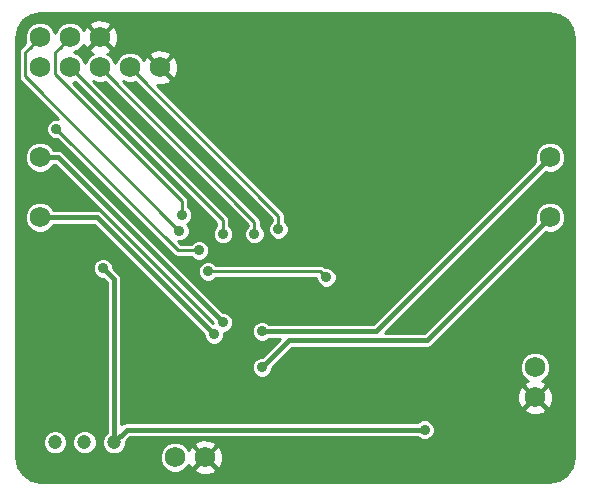
<source format=gbr>
G04 #@! TF.FileFunction,Copper,L2,Bot,Signal*
%FSLAX46Y46*%
G04 Gerber Fmt 4.6, Leading zero omitted, Abs format (unit mm)*
G04 Created by KiCad (PCBNEW (after 2015-may-25 BZR unknown)-product) date 9/14/2015 8:53:30 AM*
%MOMM*%
G01*
G04 APERTURE LIST*
%ADD10C,0.100000*%
%ADD11C,1.750000*%
%ADD12C,1.200000*%
%ADD13C,0.889000*%
%ADD14C,0.254000*%
%ADD15C,0.400000*%
G04 APERTURE END LIST*
D10*
D11*
X125730000Y-69850000D03*
X123190000Y-72390000D03*
X125730000Y-72390000D03*
X128270000Y-72390000D03*
X130810000Y-72390000D03*
X165100000Y-97790000D03*
X165100000Y-100330000D03*
X166370000Y-80010000D03*
X166370000Y-85090000D03*
X123190000Y-80010000D03*
X123190000Y-85090000D03*
D12*
X124460000Y-104140000D03*
X126960000Y-104140000D03*
X129460000Y-104140000D03*
D11*
X137160000Y-105410000D03*
X134620000Y-105410000D03*
X128270000Y-69850000D03*
X133350000Y-72390000D03*
X123190000Y-69850000D03*
D13*
X135991600Y-98094800D03*
X137566400Y-96520000D03*
X159359600Y-100888800D03*
X157226000Y-100888800D03*
X136855200Y-90779600D03*
X138328400Y-83718400D03*
X147447000Y-90170000D03*
X137418445Y-89670255D03*
X135001000Y-86233000D03*
X135211724Y-84919724D03*
X136652000Y-87884000D03*
X124587000Y-77597000D03*
X138684000Y-86487000D03*
X141351000Y-86487000D03*
X143383000Y-86106000D03*
X141986000Y-94742000D03*
X141986000Y-97790000D03*
X138684000Y-93980000D03*
X137922000Y-94996000D03*
X155752800Y-103073200D03*
X128524000Y-89408000D03*
D14*
X135991600Y-98094800D02*
X137566400Y-96520000D01*
X157226000Y-100888800D02*
X159359600Y-100888800D01*
X139509501Y-84899501D02*
X138328400Y-83718400D01*
X139509501Y-86883241D02*
X139509501Y-84899501D01*
X139080241Y-87312501D02*
X139509501Y-86883241D01*
X138554457Y-87312501D02*
X139080241Y-87312501D01*
X136410701Y-89456257D02*
X138554457Y-87312501D01*
X136410701Y-90335101D02*
X136410701Y-89456257D01*
X136855200Y-90779600D02*
X136410701Y-90335101D01*
X147447000Y-90170000D02*
X146939000Y-89662000D01*
X146939000Y-89662000D02*
X146685000Y-89662000D01*
X137414000Y-89662000D02*
X146685000Y-89662000D01*
X135001000Y-86233000D02*
X121933999Y-73165999D01*
X121933999Y-73165999D02*
X121933999Y-71106001D01*
X121933999Y-71106001D02*
X122315001Y-70724999D01*
X122315001Y-70724999D02*
X123190000Y-69850000D01*
X135211724Y-84919724D02*
X135211724Y-83730606D01*
X135211724Y-83730606D02*
X124473999Y-72992881D01*
X124473999Y-72992881D02*
X124473999Y-71106001D01*
X124473999Y-71106001D02*
X124855001Y-70724999D01*
X124855001Y-70724999D02*
X125730000Y-69850000D01*
X124587000Y-77597000D02*
X134874000Y-87884000D01*
X134874000Y-87884000D02*
X136652000Y-87884000D01*
X125730000Y-72390000D02*
X138684000Y-85344000D01*
X138684000Y-85344000D02*
X138684000Y-86487000D01*
X141351000Y-86487000D02*
X141351000Y-85471000D01*
X141351000Y-85471000D02*
X128270000Y-72390000D01*
X130810000Y-72390000D02*
X143383000Y-84963000D01*
X143383000Y-84963000D02*
X143383000Y-86106000D01*
D15*
X141986000Y-94742000D02*
X151638000Y-94742000D01*
X151638000Y-94742000D02*
X166370000Y-80010000D01*
X144272000Y-95504000D02*
X155956000Y-95504000D01*
X155956000Y-95504000D02*
X166370000Y-85090000D01*
X141986000Y-97790000D02*
X144272000Y-95504000D01*
X138684000Y-93980000D02*
X124714000Y-80010000D01*
X124714000Y-80010000D02*
X123190000Y-80010000D01*
X137922000Y-94996000D02*
X128016000Y-85090000D01*
X128016000Y-85090000D02*
X123190000Y-85090000D01*
X129460000Y-104140000D02*
X130526800Y-103073200D01*
X130526800Y-103073200D02*
X155752800Y-103073200D01*
X129460000Y-104140000D02*
X129460000Y-90344000D01*
X129460000Y-90344000D02*
X128524000Y-89408000D01*
D14*
G36*
X168433000Y-105363017D02*
X168267329Y-106195900D01*
X167822153Y-106862153D01*
X167672226Y-106962331D01*
X167672226Y-84832152D01*
X167474426Y-84353440D01*
X167108487Y-83986861D01*
X166630120Y-83788226D01*
X166112152Y-83787774D01*
X165633440Y-83985574D01*
X165266861Y-84351513D01*
X165068226Y-84829880D01*
X165067774Y-85347848D01*
X165113872Y-85459415D01*
X155696288Y-94877000D01*
X152389712Y-94877000D01*
X166000398Y-81266313D01*
X166109880Y-81311774D01*
X166627848Y-81312226D01*
X167106560Y-81114426D01*
X167473139Y-80748487D01*
X167671774Y-80270120D01*
X167672226Y-79752152D01*
X167474426Y-79273440D01*
X167108487Y-78906861D01*
X166630120Y-78708226D01*
X166112152Y-78707774D01*
X165633440Y-78905574D01*
X165266861Y-79271513D01*
X165068226Y-79749880D01*
X165067774Y-80267848D01*
X165113872Y-80379415D01*
X151378288Y-94115000D01*
X148318651Y-94115000D01*
X148318651Y-89997408D01*
X148186253Y-89676980D01*
X147941310Y-89431609D01*
X147621113Y-89298651D01*
X147358896Y-89298422D01*
X147330737Y-89270263D01*
X147151007Y-89150171D01*
X146939000Y-89108000D01*
X146685000Y-89108000D01*
X144254651Y-89108000D01*
X144254651Y-85933408D01*
X144122253Y-85612980D01*
X143937000Y-85427403D01*
X143937000Y-84963000D01*
X143894829Y-84750994D01*
X143894829Y-84750993D01*
X143774737Y-84571263D01*
X134862381Y-75658907D01*
X134862381Y-72101864D01*
X134636993Y-71545034D01*
X134623158Y-71524328D01*
X134359747Y-71448135D01*
X134291865Y-71516017D01*
X134291865Y-71380253D01*
X134215672Y-71116842D01*
X133662560Y-70882477D01*
X133061864Y-70877619D01*
X132505034Y-71103007D01*
X132484328Y-71116842D01*
X132408135Y-71380253D01*
X133350000Y-72322118D01*
X134291865Y-71380253D01*
X134291865Y-71516017D01*
X133417882Y-72390000D01*
X134359747Y-73331865D01*
X134623158Y-73255672D01*
X134857523Y-72702560D01*
X134862381Y-72101864D01*
X134862381Y-75658907D01*
X133101515Y-73898041D01*
X133638136Y-73902381D01*
X134194966Y-73676993D01*
X134215672Y-73663158D01*
X134291865Y-73399747D01*
X133350000Y-72457882D01*
X133335857Y-72472024D01*
X133267975Y-72404142D01*
X133282118Y-72390000D01*
X132340253Y-71448135D01*
X132076842Y-71524328D01*
X131967602Y-71782137D01*
X131914426Y-71653440D01*
X131548487Y-71286861D01*
X131070120Y-71088226D01*
X130552152Y-71087774D01*
X130073440Y-71285574D01*
X129782381Y-71576124D01*
X129782381Y-69561864D01*
X129556993Y-69005034D01*
X129543158Y-68984328D01*
X129279747Y-68908135D01*
X129211865Y-68976017D01*
X129211865Y-68840253D01*
X129135672Y-68576842D01*
X128582560Y-68342477D01*
X127981864Y-68337619D01*
X127425034Y-68563007D01*
X127404328Y-68576842D01*
X127328135Y-68840253D01*
X128270000Y-69782118D01*
X129211865Y-68840253D01*
X129211865Y-68976017D01*
X128337882Y-69850000D01*
X129279747Y-70791865D01*
X129543158Y-70715672D01*
X129777523Y-70162560D01*
X129782381Y-69561864D01*
X129782381Y-71576124D01*
X129706861Y-71651513D01*
X129539834Y-72053758D01*
X129374426Y-71653440D01*
X129008487Y-71286861D01*
X128878282Y-71232795D01*
X129114966Y-71136993D01*
X129135672Y-71123158D01*
X129211865Y-70859747D01*
X128270000Y-69917882D01*
X127328135Y-70859747D01*
X127404328Y-71123158D01*
X127662137Y-71232397D01*
X127533440Y-71285574D01*
X127166861Y-71651513D01*
X126999834Y-72053758D01*
X126834426Y-71653440D01*
X126468487Y-71286861D01*
X126066241Y-71119834D01*
X126466560Y-70954426D01*
X126833139Y-70588487D01*
X126887204Y-70458282D01*
X126983007Y-70694966D01*
X126996842Y-70715672D01*
X127260253Y-70791865D01*
X128202118Y-69850000D01*
X127260253Y-68908135D01*
X126996842Y-68984328D01*
X126887602Y-69242137D01*
X126834426Y-69113440D01*
X126468487Y-68746861D01*
X125990120Y-68548226D01*
X125472152Y-68547774D01*
X124993440Y-68745574D01*
X124626861Y-69111513D01*
X124459834Y-69513758D01*
X124294426Y-69113440D01*
X123928487Y-68746861D01*
X123450120Y-68548226D01*
X122932152Y-68547774D01*
X122453440Y-68745574D01*
X122086861Y-69111513D01*
X121888226Y-69589880D01*
X121887774Y-70107848D01*
X121964057Y-70292468D01*
X121923264Y-70333262D01*
X121542262Y-70714264D01*
X121422170Y-70893994D01*
X121379999Y-71106001D01*
X121379999Y-73165999D01*
X121422170Y-73378006D01*
X121542262Y-73557736D01*
X124710132Y-76725606D01*
X124414408Y-76725349D01*
X124093980Y-76857747D01*
X123848609Y-77102690D01*
X123715651Y-77422887D01*
X123715349Y-77769592D01*
X123847747Y-78090020D01*
X124092690Y-78335391D01*
X124412887Y-78468349D01*
X124675103Y-78468577D01*
X134482263Y-88275737D01*
X134661993Y-88395829D01*
X134661994Y-88395829D01*
X134874000Y-88438000D01*
X135973620Y-88438000D01*
X136157690Y-88622391D01*
X136477887Y-88755349D01*
X136824592Y-88755651D01*
X137145020Y-88623253D01*
X137390391Y-88378310D01*
X137523349Y-88058113D01*
X137523651Y-87711408D01*
X137391253Y-87390980D01*
X137146310Y-87145609D01*
X136826113Y-87012651D01*
X136479408Y-87012349D01*
X136158980Y-87144747D01*
X135973403Y-87330000D01*
X135103474Y-87330000D01*
X134877867Y-87104393D01*
X135173592Y-87104651D01*
X135494020Y-86972253D01*
X135739391Y-86727310D01*
X135872349Y-86407113D01*
X135872651Y-86060408D01*
X135740253Y-85739980D01*
X135672635Y-85672244D01*
X135704744Y-85658977D01*
X135950115Y-85414034D01*
X136083073Y-85093837D01*
X136083375Y-84747132D01*
X135950977Y-84426704D01*
X135765724Y-84241127D01*
X135765724Y-83730606D01*
X135723553Y-83518600D01*
X135723553Y-83518599D01*
X135603461Y-83338869D01*
X125956790Y-73692198D01*
X125987848Y-73692226D01*
X126172468Y-73615942D01*
X138130000Y-85573474D01*
X138130000Y-85808620D01*
X137945609Y-85992690D01*
X137812651Y-86312887D01*
X137812349Y-86659592D01*
X137944747Y-86980020D01*
X138189690Y-87225391D01*
X138509887Y-87358349D01*
X138856592Y-87358651D01*
X139177020Y-87226253D01*
X139422391Y-86981310D01*
X139555349Y-86661113D01*
X139555651Y-86314408D01*
X139423253Y-85993980D01*
X139238000Y-85808403D01*
X139238000Y-85344000D01*
X139195829Y-85131993D01*
X139075737Y-84952263D01*
X139075737Y-84952262D01*
X127677041Y-73553567D01*
X128009880Y-73691774D01*
X128527848Y-73692226D01*
X128712468Y-73615942D01*
X140797000Y-85700474D01*
X140797000Y-85808620D01*
X140612609Y-85992690D01*
X140479651Y-86312887D01*
X140479349Y-86659592D01*
X140611747Y-86980020D01*
X140856690Y-87225391D01*
X141176887Y-87358349D01*
X141523592Y-87358651D01*
X141844020Y-87226253D01*
X142089391Y-86981310D01*
X142222349Y-86661113D01*
X142222651Y-86314408D01*
X142090253Y-85993980D01*
X141905000Y-85808403D01*
X141905000Y-85471000D01*
X141862830Y-85258994D01*
X141862829Y-85258993D01*
X141742737Y-85079263D01*
X130217041Y-73553567D01*
X130549880Y-73691774D01*
X131067848Y-73692226D01*
X131252468Y-73615942D01*
X142829000Y-85192474D01*
X142829000Y-85427620D01*
X142644609Y-85611690D01*
X142511651Y-85931887D01*
X142511349Y-86278592D01*
X142643747Y-86599020D01*
X142888690Y-86844391D01*
X143208887Y-86977349D01*
X143555592Y-86977651D01*
X143876020Y-86845253D01*
X144121391Y-86600310D01*
X144254349Y-86280113D01*
X144254651Y-85933408D01*
X144254651Y-89108000D01*
X138088583Y-89108000D01*
X137912755Y-88931864D01*
X137592558Y-88798906D01*
X137245853Y-88798604D01*
X136925425Y-88931002D01*
X136680054Y-89175945D01*
X136547096Y-89496142D01*
X136546794Y-89842847D01*
X136679192Y-90163275D01*
X136924135Y-90408646D01*
X137244332Y-90541604D01*
X137591037Y-90541906D01*
X137911465Y-90409508D01*
X138105311Y-90216000D01*
X146575459Y-90216000D01*
X146575349Y-90342592D01*
X146707747Y-90663020D01*
X146952690Y-90908391D01*
X147272887Y-91041349D01*
X147619592Y-91041651D01*
X147940020Y-90909253D01*
X148185391Y-90664310D01*
X148318349Y-90344113D01*
X148318651Y-89997408D01*
X148318651Y-94115000D01*
X142591506Y-94115000D01*
X142480310Y-94003609D01*
X142160113Y-93870651D01*
X141813408Y-93870349D01*
X141492980Y-94002747D01*
X141247609Y-94247690D01*
X141114651Y-94567887D01*
X141114349Y-94914592D01*
X141246747Y-95235020D01*
X141491690Y-95480391D01*
X141811887Y-95613349D01*
X142158592Y-95613651D01*
X142479020Y-95481253D01*
X142591469Y-95369000D01*
X143520288Y-95369000D01*
X141970801Y-96918486D01*
X141813408Y-96918349D01*
X141492980Y-97050747D01*
X141247609Y-97295690D01*
X141114651Y-97615887D01*
X141114349Y-97962592D01*
X141246747Y-98283020D01*
X141491690Y-98528391D01*
X141811887Y-98661349D01*
X142158592Y-98661651D01*
X142479020Y-98529253D01*
X142724391Y-98284310D01*
X142857349Y-97964113D01*
X142857487Y-97805224D01*
X144531712Y-96131000D01*
X155956000Y-96131000D01*
X156195942Y-96083272D01*
X156195943Y-96083272D01*
X156399356Y-95947356D01*
X166000398Y-86346313D01*
X166109880Y-86391774D01*
X166627848Y-86392226D01*
X167106560Y-86194426D01*
X167473139Y-85828487D01*
X167671774Y-85350120D01*
X167672226Y-84832152D01*
X167672226Y-106962331D01*
X167155900Y-107307329D01*
X166612381Y-107415441D01*
X166612381Y-100041864D01*
X166402226Y-99522667D01*
X166402226Y-97532152D01*
X166204426Y-97053440D01*
X165838487Y-96686861D01*
X165360120Y-96488226D01*
X164842152Y-96487774D01*
X164363440Y-96685574D01*
X163996861Y-97051513D01*
X163798226Y-97529880D01*
X163797774Y-98047848D01*
X163995574Y-98526560D01*
X164361513Y-98893139D01*
X164491717Y-98947204D01*
X164255034Y-99043007D01*
X164234328Y-99056842D01*
X164158135Y-99320253D01*
X165100000Y-100262118D01*
X166041865Y-99320253D01*
X165965672Y-99056842D01*
X165707862Y-98947602D01*
X165836560Y-98894426D01*
X166203139Y-98528487D01*
X166401774Y-98050120D01*
X166402226Y-97532152D01*
X166402226Y-99522667D01*
X166386993Y-99485034D01*
X166373158Y-99464328D01*
X166109747Y-99388135D01*
X165167882Y-100330000D01*
X166109747Y-101271865D01*
X166373158Y-101195672D01*
X166607523Y-100642560D01*
X166612381Y-100041864D01*
X166612381Y-107415441D01*
X166323017Y-107473000D01*
X166041865Y-107473000D01*
X166041865Y-101339747D01*
X165100000Y-100397882D01*
X165032118Y-100465764D01*
X165032118Y-100330000D01*
X164090253Y-99388135D01*
X163826842Y-99464328D01*
X163592477Y-100017440D01*
X163587619Y-100618136D01*
X163813007Y-101174966D01*
X163826842Y-101195672D01*
X164090253Y-101271865D01*
X165032118Y-100330000D01*
X165032118Y-100465764D01*
X164158135Y-101339747D01*
X164234328Y-101603158D01*
X164787440Y-101837523D01*
X165388136Y-101842381D01*
X165944966Y-101616993D01*
X165965672Y-101603158D01*
X166041865Y-101339747D01*
X166041865Y-107473000D01*
X156624451Y-107473000D01*
X156624451Y-102900608D01*
X156492053Y-102580180D01*
X156247110Y-102334809D01*
X155926913Y-102201851D01*
X155580208Y-102201549D01*
X155259780Y-102333947D01*
X155147330Y-102446200D01*
X139555651Y-102446200D01*
X139555651Y-93807408D01*
X139423253Y-93486980D01*
X139178310Y-93241609D01*
X138858113Y-93108651D01*
X138699224Y-93108512D01*
X125157356Y-79566644D01*
X124953943Y-79430728D01*
X124714000Y-79383000D01*
X124339695Y-79383000D01*
X124294426Y-79273440D01*
X123928487Y-78906861D01*
X123450120Y-78708226D01*
X122932152Y-78707774D01*
X122453440Y-78905574D01*
X122086861Y-79271513D01*
X121888226Y-79749880D01*
X121887774Y-80267848D01*
X122085574Y-80746560D01*
X122451513Y-81113139D01*
X122929880Y-81311774D01*
X123447848Y-81312226D01*
X123926560Y-81114426D01*
X124293139Y-80748487D01*
X124339432Y-80637000D01*
X124454288Y-80637000D01*
X137812486Y-93995198D01*
X137812482Y-93999770D01*
X128459356Y-84646644D01*
X128255943Y-84510728D01*
X128016000Y-84463000D01*
X124339695Y-84463000D01*
X124294426Y-84353440D01*
X123928487Y-83986861D01*
X123450120Y-83788226D01*
X122932152Y-83787774D01*
X122453440Y-83985574D01*
X122086861Y-84351513D01*
X121888226Y-84829880D01*
X121887774Y-85347848D01*
X122085574Y-85826560D01*
X122451513Y-86193139D01*
X122929880Y-86391774D01*
X123447848Y-86392226D01*
X123926560Y-86194426D01*
X124293139Y-85828487D01*
X124339432Y-85717000D01*
X127756288Y-85717000D01*
X137050486Y-95011198D01*
X137050349Y-95168592D01*
X137182747Y-95489020D01*
X137427690Y-95734391D01*
X137747887Y-95867349D01*
X138094592Y-95867651D01*
X138415020Y-95735253D01*
X138660391Y-95490310D01*
X138793349Y-95170113D01*
X138793626Y-94851596D01*
X138856592Y-94851651D01*
X139177020Y-94719253D01*
X139422391Y-94474310D01*
X139555349Y-94154113D01*
X139555651Y-93807408D01*
X139555651Y-102446200D01*
X130526800Y-102446200D01*
X130286857Y-102493928D01*
X130087000Y-102627467D01*
X130087000Y-90344000D01*
X130039273Y-90104058D01*
X130039272Y-90104057D01*
X129903356Y-89900644D01*
X129395513Y-89392801D01*
X129395651Y-89235408D01*
X129263253Y-88914980D01*
X129018310Y-88669609D01*
X128698113Y-88536651D01*
X128351408Y-88536349D01*
X128030980Y-88668747D01*
X127785609Y-88913690D01*
X127652651Y-89233887D01*
X127652349Y-89580592D01*
X127784747Y-89901020D01*
X128029690Y-90146391D01*
X128349887Y-90279349D01*
X128508775Y-90279487D01*
X128833000Y-90603712D01*
X128833000Y-103314774D01*
X128589860Y-103557492D01*
X128433179Y-103934821D01*
X128432822Y-104343387D01*
X128588844Y-104720989D01*
X128877492Y-105010140D01*
X129254821Y-105166821D01*
X129663387Y-105167178D01*
X130040989Y-105011156D01*
X130330140Y-104722508D01*
X130486821Y-104345179D01*
X130487122Y-103999589D01*
X130786512Y-103700200D01*
X155147293Y-103700200D01*
X155258490Y-103811591D01*
X155578687Y-103944549D01*
X155925392Y-103944851D01*
X156245820Y-103812453D01*
X156491191Y-103567510D01*
X156624149Y-103247313D01*
X156624451Y-102900608D01*
X156624451Y-107473000D01*
X138672381Y-107473000D01*
X138672381Y-105121864D01*
X138446993Y-104565034D01*
X138433158Y-104544328D01*
X138169747Y-104468135D01*
X138101865Y-104536017D01*
X138101865Y-104400253D01*
X138025672Y-104136842D01*
X137472560Y-103902477D01*
X136871864Y-103897619D01*
X136315034Y-104123007D01*
X136294328Y-104136842D01*
X136218135Y-104400253D01*
X137160000Y-105342118D01*
X138101865Y-104400253D01*
X138101865Y-104536017D01*
X137227882Y-105410000D01*
X138169747Y-106351865D01*
X138433158Y-106275672D01*
X138667523Y-105722560D01*
X138672381Y-105121864D01*
X138672381Y-107473000D01*
X138101865Y-107473000D01*
X138101865Y-106419747D01*
X137160000Y-105477882D01*
X137092118Y-105545764D01*
X137092118Y-105410000D01*
X136150253Y-104468135D01*
X135886842Y-104544328D01*
X135777602Y-104802137D01*
X135724426Y-104673440D01*
X135358487Y-104306861D01*
X134880120Y-104108226D01*
X134362152Y-104107774D01*
X133883440Y-104305574D01*
X133516861Y-104671513D01*
X133318226Y-105149880D01*
X133317774Y-105667848D01*
X133515574Y-106146560D01*
X133881513Y-106513139D01*
X134359880Y-106711774D01*
X134877848Y-106712226D01*
X135356560Y-106514426D01*
X135723139Y-106148487D01*
X135777204Y-106018282D01*
X135873007Y-106254966D01*
X135886842Y-106275672D01*
X136150253Y-106351865D01*
X137092118Y-105410000D01*
X137092118Y-105545764D01*
X136218135Y-106419747D01*
X136294328Y-106683158D01*
X136847440Y-106917523D01*
X137448136Y-106922381D01*
X138004966Y-106696993D01*
X138025672Y-106683158D01*
X138101865Y-106419747D01*
X138101865Y-107473000D01*
X127987178Y-107473000D01*
X127987178Y-103936613D01*
X127831156Y-103559011D01*
X127542508Y-103269860D01*
X127165179Y-103113179D01*
X126756613Y-103112822D01*
X126379011Y-103268844D01*
X126089860Y-103557492D01*
X125933179Y-103934821D01*
X125932822Y-104343387D01*
X126088844Y-104720989D01*
X126377492Y-105010140D01*
X126754821Y-105166821D01*
X127163387Y-105167178D01*
X127540989Y-105011156D01*
X127830140Y-104722508D01*
X127986821Y-104345179D01*
X127987178Y-103936613D01*
X127987178Y-107473000D01*
X125487178Y-107473000D01*
X125487178Y-103936613D01*
X125331156Y-103559011D01*
X125042508Y-103269860D01*
X124665179Y-103113179D01*
X124256613Y-103112822D01*
X123879011Y-103268844D01*
X123589860Y-103557492D01*
X123433179Y-103934821D01*
X123432822Y-104343387D01*
X123588844Y-104720989D01*
X123877492Y-105010140D01*
X124254821Y-105166821D01*
X124663387Y-105167178D01*
X125040989Y-105011156D01*
X125330140Y-104722508D01*
X125486821Y-104345179D01*
X125487178Y-103936613D01*
X125487178Y-107473000D01*
X123236982Y-107473000D01*
X122404099Y-107307329D01*
X121737846Y-106862153D01*
X121292670Y-106195900D01*
X121127000Y-105363017D01*
X121127000Y-69896982D01*
X121292670Y-69064099D01*
X121737846Y-68397846D01*
X122404099Y-67952670D01*
X123236982Y-67787000D01*
X166323017Y-67787000D01*
X167155900Y-67952670D01*
X167822153Y-68397846D01*
X168267329Y-69064099D01*
X168433000Y-69896982D01*
X168433000Y-105363017D01*
X168433000Y-105363017D01*
G37*
X168433000Y-105363017D02*
X168267329Y-106195900D01*
X167822153Y-106862153D01*
X167672226Y-106962331D01*
X167672226Y-84832152D01*
X167474426Y-84353440D01*
X167108487Y-83986861D01*
X166630120Y-83788226D01*
X166112152Y-83787774D01*
X165633440Y-83985574D01*
X165266861Y-84351513D01*
X165068226Y-84829880D01*
X165067774Y-85347848D01*
X165113872Y-85459415D01*
X155696288Y-94877000D01*
X152389712Y-94877000D01*
X166000398Y-81266313D01*
X166109880Y-81311774D01*
X166627848Y-81312226D01*
X167106560Y-81114426D01*
X167473139Y-80748487D01*
X167671774Y-80270120D01*
X167672226Y-79752152D01*
X167474426Y-79273440D01*
X167108487Y-78906861D01*
X166630120Y-78708226D01*
X166112152Y-78707774D01*
X165633440Y-78905574D01*
X165266861Y-79271513D01*
X165068226Y-79749880D01*
X165067774Y-80267848D01*
X165113872Y-80379415D01*
X151378288Y-94115000D01*
X148318651Y-94115000D01*
X148318651Y-89997408D01*
X148186253Y-89676980D01*
X147941310Y-89431609D01*
X147621113Y-89298651D01*
X147358896Y-89298422D01*
X147330737Y-89270263D01*
X147151007Y-89150171D01*
X146939000Y-89108000D01*
X146685000Y-89108000D01*
X144254651Y-89108000D01*
X144254651Y-85933408D01*
X144122253Y-85612980D01*
X143937000Y-85427403D01*
X143937000Y-84963000D01*
X143894829Y-84750994D01*
X143894829Y-84750993D01*
X143774737Y-84571263D01*
X134862381Y-75658907D01*
X134862381Y-72101864D01*
X134636993Y-71545034D01*
X134623158Y-71524328D01*
X134359747Y-71448135D01*
X134291865Y-71516017D01*
X134291865Y-71380253D01*
X134215672Y-71116842D01*
X133662560Y-70882477D01*
X133061864Y-70877619D01*
X132505034Y-71103007D01*
X132484328Y-71116842D01*
X132408135Y-71380253D01*
X133350000Y-72322118D01*
X134291865Y-71380253D01*
X134291865Y-71516017D01*
X133417882Y-72390000D01*
X134359747Y-73331865D01*
X134623158Y-73255672D01*
X134857523Y-72702560D01*
X134862381Y-72101864D01*
X134862381Y-75658907D01*
X133101515Y-73898041D01*
X133638136Y-73902381D01*
X134194966Y-73676993D01*
X134215672Y-73663158D01*
X134291865Y-73399747D01*
X133350000Y-72457882D01*
X133335857Y-72472024D01*
X133267975Y-72404142D01*
X133282118Y-72390000D01*
X132340253Y-71448135D01*
X132076842Y-71524328D01*
X131967602Y-71782137D01*
X131914426Y-71653440D01*
X131548487Y-71286861D01*
X131070120Y-71088226D01*
X130552152Y-71087774D01*
X130073440Y-71285574D01*
X129782381Y-71576124D01*
X129782381Y-69561864D01*
X129556993Y-69005034D01*
X129543158Y-68984328D01*
X129279747Y-68908135D01*
X129211865Y-68976017D01*
X129211865Y-68840253D01*
X129135672Y-68576842D01*
X128582560Y-68342477D01*
X127981864Y-68337619D01*
X127425034Y-68563007D01*
X127404328Y-68576842D01*
X127328135Y-68840253D01*
X128270000Y-69782118D01*
X129211865Y-68840253D01*
X129211865Y-68976017D01*
X128337882Y-69850000D01*
X129279747Y-70791865D01*
X129543158Y-70715672D01*
X129777523Y-70162560D01*
X129782381Y-69561864D01*
X129782381Y-71576124D01*
X129706861Y-71651513D01*
X129539834Y-72053758D01*
X129374426Y-71653440D01*
X129008487Y-71286861D01*
X128878282Y-71232795D01*
X129114966Y-71136993D01*
X129135672Y-71123158D01*
X129211865Y-70859747D01*
X128270000Y-69917882D01*
X127328135Y-70859747D01*
X127404328Y-71123158D01*
X127662137Y-71232397D01*
X127533440Y-71285574D01*
X127166861Y-71651513D01*
X126999834Y-72053758D01*
X126834426Y-71653440D01*
X126468487Y-71286861D01*
X126066241Y-71119834D01*
X126466560Y-70954426D01*
X126833139Y-70588487D01*
X126887204Y-70458282D01*
X126983007Y-70694966D01*
X126996842Y-70715672D01*
X127260253Y-70791865D01*
X128202118Y-69850000D01*
X127260253Y-68908135D01*
X126996842Y-68984328D01*
X126887602Y-69242137D01*
X126834426Y-69113440D01*
X126468487Y-68746861D01*
X125990120Y-68548226D01*
X125472152Y-68547774D01*
X124993440Y-68745574D01*
X124626861Y-69111513D01*
X124459834Y-69513758D01*
X124294426Y-69113440D01*
X123928487Y-68746861D01*
X123450120Y-68548226D01*
X122932152Y-68547774D01*
X122453440Y-68745574D01*
X122086861Y-69111513D01*
X121888226Y-69589880D01*
X121887774Y-70107848D01*
X121964057Y-70292468D01*
X121923264Y-70333262D01*
X121542262Y-70714264D01*
X121422170Y-70893994D01*
X121379999Y-71106001D01*
X121379999Y-73165999D01*
X121422170Y-73378006D01*
X121542262Y-73557736D01*
X124710132Y-76725606D01*
X124414408Y-76725349D01*
X124093980Y-76857747D01*
X123848609Y-77102690D01*
X123715651Y-77422887D01*
X123715349Y-77769592D01*
X123847747Y-78090020D01*
X124092690Y-78335391D01*
X124412887Y-78468349D01*
X124675103Y-78468577D01*
X134482263Y-88275737D01*
X134661993Y-88395829D01*
X134661994Y-88395829D01*
X134874000Y-88438000D01*
X135973620Y-88438000D01*
X136157690Y-88622391D01*
X136477887Y-88755349D01*
X136824592Y-88755651D01*
X137145020Y-88623253D01*
X137390391Y-88378310D01*
X137523349Y-88058113D01*
X137523651Y-87711408D01*
X137391253Y-87390980D01*
X137146310Y-87145609D01*
X136826113Y-87012651D01*
X136479408Y-87012349D01*
X136158980Y-87144747D01*
X135973403Y-87330000D01*
X135103474Y-87330000D01*
X134877867Y-87104393D01*
X135173592Y-87104651D01*
X135494020Y-86972253D01*
X135739391Y-86727310D01*
X135872349Y-86407113D01*
X135872651Y-86060408D01*
X135740253Y-85739980D01*
X135672635Y-85672244D01*
X135704744Y-85658977D01*
X135950115Y-85414034D01*
X136083073Y-85093837D01*
X136083375Y-84747132D01*
X135950977Y-84426704D01*
X135765724Y-84241127D01*
X135765724Y-83730606D01*
X135723553Y-83518600D01*
X135723553Y-83518599D01*
X135603461Y-83338869D01*
X125956790Y-73692198D01*
X125987848Y-73692226D01*
X126172468Y-73615942D01*
X138130000Y-85573474D01*
X138130000Y-85808620D01*
X137945609Y-85992690D01*
X137812651Y-86312887D01*
X137812349Y-86659592D01*
X137944747Y-86980020D01*
X138189690Y-87225391D01*
X138509887Y-87358349D01*
X138856592Y-87358651D01*
X139177020Y-87226253D01*
X139422391Y-86981310D01*
X139555349Y-86661113D01*
X139555651Y-86314408D01*
X139423253Y-85993980D01*
X139238000Y-85808403D01*
X139238000Y-85344000D01*
X139195829Y-85131993D01*
X139075737Y-84952263D01*
X139075737Y-84952262D01*
X127677041Y-73553567D01*
X128009880Y-73691774D01*
X128527848Y-73692226D01*
X128712468Y-73615942D01*
X140797000Y-85700474D01*
X140797000Y-85808620D01*
X140612609Y-85992690D01*
X140479651Y-86312887D01*
X140479349Y-86659592D01*
X140611747Y-86980020D01*
X140856690Y-87225391D01*
X141176887Y-87358349D01*
X141523592Y-87358651D01*
X141844020Y-87226253D01*
X142089391Y-86981310D01*
X142222349Y-86661113D01*
X142222651Y-86314408D01*
X142090253Y-85993980D01*
X141905000Y-85808403D01*
X141905000Y-85471000D01*
X141862830Y-85258994D01*
X141862829Y-85258993D01*
X141742737Y-85079263D01*
X130217041Y-73553567D01*
X130549880Y-73691774D01*
X131067848Y-73692226D01*
X131252468Y-73615942D01*
X142829000Y-85192474D01*
X142829000Y-85427620D01*
X142644609Y-85611690D01*
X142511651Y-85931887D01*
X142511349Y-86278592D01*
X142643747Y-86599020D01*
X142888690Y-86844391D01*
X143208887Y-86977349D01*
X143555592Y-86977651D01*
X143876020Y-86845253D01*
X144121391Y-86600310D01*
X144254349Y-86280113D01*
X144254651Y-85933408D01*
X144254651Y-89108000D01*
X138088583Y-89108000D01*
X137912755Y-88931864D01*
X137592558Y-88798906D01*
X137245853Y-88798604D01*
X136925425Y-88931002D01*
X136680054Y-89175945D01*
X136547096Y-89496142D01*
X136546794Y-89842847D01*
X136679192Y-90163275D01*
X136924135Y-90408646D01*
X137244332Y-90541604D01*
X137591037Y-90541906D01*
X137911465Y-90409508D01*
X138105311Y-90216000D01*
X146575459Y-90216000D01*
X146575349Y-90342592D01*
X146707747Y-90663020D01*
X146952690Y-90908391D01*
X147272887Y-91041349D01*
X147619592Y-91041651D01*
X147940020Y-90909253D01*
X148185391Y-90664310D01*
X148318349Y-90344113D01*
X148318651Y-89997408D01*
X148318651Y-94115000D01*
X142591506Y-94115000D01*
X142480310Y-94003609D01*
X142160113Y-93870651D01*
X141813408Y-93870349D01*
X141492980Y-94002747D01*
X141247609Y-94247690D01*
X141114651Y-94567887D01*
X141114349Y-94914592D01*
X141246747Y-95235020D01*
X141491690Y-95480391D01*
X141811887Y-95613349D01*
X142158592Y-95613651D01*
X142479020Y-95481253D01*
X142591469Y-95369000D01*
X143520288Y-95369000D01*
X141970801Y-96918486D01*
X141813408Y-96918349D01*
X141492980Y-97050747D01*
X141247609Y-97295690D01*
X141114651Y-97615887D01*
X141114349Y-97962592D01*
X141246747Y-98283020D01*
X141491690Y-98528391D01*
X141811887Y-98661349D01*
X142158592Y-98661651D01*
X142479020Y-98529253D01*
X142724391Y-98284310D01*
X142857349Y-97964113D01*
X142857487Y-97805224D01*
X144531712Y-96131000D01*
X155956000Y-96131000D01*
X156195942Y-96083272D01*
X156195943Y-96083272D01*
X156399356Y-95947356D01*
X166000398Y-86346313D01*
X166109880Y-86391774D01*
X166627848Y-86392226D01*
X167106560Y-86194426D01*
X167473139Y-85828487D01*
X167671774Y-85350120D01*
X167672226Y-84832152D01*
X167672226Y-106962331D01*
X167155900Y-107307329D01*
X166612381Y-107415441D01*
X166612381Y-100041864D01*
X166402226Y-99522667D01*
X166402226Y-97532152D01*
X166204426Y-97053440D01*
X165838487Y-96686861D01*
X165360120Y-96488226D01*
X164842152Y-96487774D01*
X164363440Y-96685574D01*
X163996861Y-97051513D01*
X163798226Y-97529880D01*
X163797774Y-98047848D01*
X163995574Y-98526560D01*
X164361513Y-98893139D01*
X164491717Y-98947204D01*
X164255034Y-99043007D01*
X164234328Y-99056842D01*
X164158135Y-99320253D01*
X165100000Y-100262118D01*
X166041865Y-99320253D01*
X165965672Y-99056842D01*
X165707862Y-98947602D01*
X165836560Y-98894426D01*
X166203139Y-98528487D01*
X166401774Y-98050120D01*
X166402226Y-97532152D01*
X166402226Y-99522667D01*
X166386993Y-99485034D01*
X166373158Y-99464328D01*
X166109747Y-99388135D01*
X165167882Y-100330000D01*
X166109747Y-101271865D01*
X166373158Y-101195672D01*
X166607523Y-100642560D01*
X166612381Y-100041864D01*
X166612381Y-107415441D01*
X166323017Y-107473000D01*
X166041865Y-107473000D01*
X166041865Y-101339747D01*
X165100000Y-100397882D01*
X165032118Y-100465764D01*
X165032118Y-100330000D01*
X164090253Y-99388135D01*
X163826842Y-99464328D01*
X163592477Y-100017440D01*
X163587619Y-100618136D01*
X163813007Y-101174966D01*
X163826842Y-101195672D01*
X164090253Y-101271865D01*
X165032118Y-100330000D01*
X165032118Y-100465764D01*
X164158135Y-101339747D01*
X164234328Y-101603158D01*
X164787440Y-101837523D01*
X165388136Y-101842381D01*
X165944966Y-101616993D01*
X165965672Y-101603158D01*
X166041865Y-101339747D01*
X166041865Y-107473000D01*
X156624451Y-107473000D01*
X156624451Y-102900608D01*
X156492053Y-102580180D01*
X156247110Y-102334809D01*
X155926913Y-102201851D01*
X155580208Y-102201549D01*
X155259780Y-102333947D01*
X155147330Y-102446200D01*
X139555651Y-102446200D01*
X139555651Y-93807408D01*
X139423253Y-93486980D01*
X139178310Y-93241609D01*
X138858113Y-93108651D01*
X138699224Y-93108512D01*
X125157356Y-79566644D01*
X124953943Y-79430728D01*
X124714000Y-79383000D01*
X124339695Y-79383000D01*
X124294426Y-79273440D01*
X123928487Y-78906861D01*
X123450120Y-78708226D01*
X122932152Y-78707774D01*
X122453440Y-78905574D01*
X122086861Y-79271513D01*
X121888226Y-79749880D01*
X121887774Y-80267848D01*
X122085574Y-80746560D01*
X122451513Y-81113139D01*
X122929880Y-81311774D01*
X123447848Y-81312226D01*
X123926560Y-81114426D01*
X124293139Y-80748487D01*
X124339432Y-80637000D01*
X124454288Y-80637000D01*
X137812486Y-93995198D01*
X137812482Y-93999770D01*
X128459356Y-84646644D01*
X128255943Y-84510728D01*
X128016000Y-84463000D01*
X124339695Y-84463000D01*
X124294426Y-84353440D01*
X123928487Y-83986861D01*
X123450120Y-83788226D01*
X122932152Y-83787774D01*
X122453440Y-83985574D01*
X122086861Y-84351513D01*
X121888226Y-84829880D01*
X121887774Y-85347848D01*
X122085574Y-85826560D01*
X122451513Y-86193139D01*
X122929880Y-86391774D01*
X123447848Y-86392226D01*
X123926560Y-86194426D01*
X124293139Y-85828487D01*
X124339432Y-85717000D01*
X127756288Y-85717000D01*
X137050486Y-95011198D01*
X137050349Y-95168592D01*
X137182747Y-95489020D01*
X137427690Y-95734391D01*
X137747887Y-95867349D01*
X138094592Y-95867651D01*
X138415020Y-95735253D01*
X138660391Y-95490310D01*
X138793349Y-95170113D01*
X138793626Y-94851596D01*
X138856592Y-94851651D01*
X139177020Y-94719253D01*
X139422391Y-94474310D01*
X139555349Y-94154113D01*
X139555651Y-93807408D01*
X139555651Y-102446200D01*
X130526800Y-102446200D01*
X130286857Y-102493928D01*
X130087000Y-102627467D01*
X130087000Y-90344000D01*
X130039273Y-90104058D01*
X130039272Y-90104057D01*
X129903356Y-89900644D01*
X129395513Y-89392801D01*
X129395651Y-89235408D01*
X129263253Y-88914980D01*
X129018310Y-88669609D01*
X128698113Y-88536651D01*
X128351408Y-88536349D01*
X128030980Y-88668747D01*
X127785609Y-88913690D01*
X127652651Y-89233887D01*
X127652349Y-89580592D01*
X127784747Y-89901020D01*
X128029690Y-90146391D01*
X128349887Y-90279349D01*
X128508775Y-90279487D01*
X128833000Y-90603712D01*
X128833000Y-103314774D01*
X128589860Y-103557492D01*
X128433179Y-103934821D01*
X128432822Y-104343387D01*
X128588844Y-104720989D01*
X128877492Y-105010140D01*
X129254821Y-105166821D01*
X129663387Y-105167178D01*
X130040989Y-105011156D01*
X130330140Y-104722508D01*
X130486821Y-104345179D01*
X130487122Y-103999589D01*
X130786512Y-103700200D01*
X155147293Y-103700200D01*
X155258490Y-103811591D01*
X155578687Y-103944549D01*
X155925392Y-103944851D01*
X156245820Y-103812453D01*
X156491191Y-103567510D01*
X156624149Y-103247313D01*
X156624451Y-102900608D01*
X156624451Y-107473000D01*
X138672381Y-107473000D01*
X138672381Y-105121864D01*
X138446993Y-104565034D01*
X138433158Y-104544328D01*
X138169747Y-104468135D01*
X138101865Y-104536017D01*
X138101865Y-104400253D01*
X138025672Y-104136842D01*
X137472560Y-103902477D01*
X136871864Y-103897619D01*
X136315034Y-104123007D01*
X136294328Y-104136842D01*
X136218135Y-104400253D01*
X137160000Y-105342118D01*
X138101865Y-104400253D01*
X138101865Y-104536017D01*
X137227882Y-105410000D01*
X138169747Y-106351865D01*
X138433158Y-106275672D01*
X138667523Y-105722560D01*
X138672381Y-105121864D01*
X138672381Y-107473000D01*
X138101865Y-107473000D01*
X138101865Y-106419747D01*
X137160000Y-105477882D01*
X137092118Y-105545764D01*
X137092118Y-105410000D01*
X136150253Y-104468135D01*
X135886842Y-104544328D01*
X135777602Y-104802137D01*
X135724426Y-104673440D01*
X135358487Y-104306861D01*
X134880120Y-104108226D01*
X134362152Y-104107774D01*
X133883440Y-104305574D01*
X133516861Y-104671513D01*
X133318226Y-105149880D01*
X133317774Y-105667848D01*
X133515574Y-106146560D01*
X133881513Y-106513139D01*
X134359880Y-106711774D01*
X134877848Y-106712226D01*
X135356560Y-106514426D01*
X135723139Y-106148487D01*
X135777204Y-106018282D01*
X135873007Y-106254966D01*
X135886842Y-106275672D01*
X136150253Y-106351865D01*
X137092118Y-105410000D01*
X137092118Y-105545764D01*
X136218135Y-106419747D01*
X136294328Y-106683158D01*
X136847440Y-106917523D01*
X137448136Y-106922381D01*
X138004966Y-106696993D01*
X138025672Y-106683158D01*
X138101865Y-106419747D01*
X138101865Y-107473000D01*
X127987178Y-107473000D01*
X127987178Y-103936613D01*
X127831156Y-103559011D01*
X127542508Y-103269860D01*
X127165179Y-103113179D01*
X126756613Y-103112822D01*
X126379011Y-103268844D01*
X126089860Y-103557492D01*
X125933179Y-103934821D01*
X125932822Y-104343387D01*
X126088844Y-104720989D01*
X126377492Y-105010140D01*
X126754821Y-105166821D01*
X127163387Y-105167178D01*
X127540989Y-105011156D01*
X127830140Y-104722508D01*
X127986821Y-104345179D01*
X127987178Y-103936613D01*
X127987178Y-107473000D01*
X125487178Y-107473000D01*
X125487178Y-103936613D01*
X125331156Y-103559011D01*
X125042508Y-103269860D01*
X124665179Y-103113179D01*
X124256613Y-103112822D01*
X123879011Y-103268844D01*
X123589860Y-103557492D01*
X123433179Y-103934821D01*
X123432822Y-104343387D01*
X123588844Y-104720989D01*
X123877492Y-105010140D01*
X124254821Y-105166821D01*
X124663387Y-105167178D01*
X125040989Y-105011156D01*
X125330140Y-104722508D01*
X125486821Y-104345179D01*
X125487178Y-103936613D01*
X125487178Y-107473000D01*
X123236982Y-107473000D01*
X122404099Y-107307329D01*
X121737846Y-106862153D01*
X121292670Y-106195900D01*
X121127000Y-105363017D01*
X121127000Y-69896982D01*
X121292670Y-69064099D01*
X121737846Y-68397846D01*
X122404099Y-67952670D01*
X123236982Y-67787000D01*
X166323017Y-67787000D01*
X167155900Y-67952670D01*
X167822153Y-68397846D01*
X168267329Y-69064099D01*
X168433000Y-69896982D01*
X168433000Y-105363017D01*
M02*

</source>
